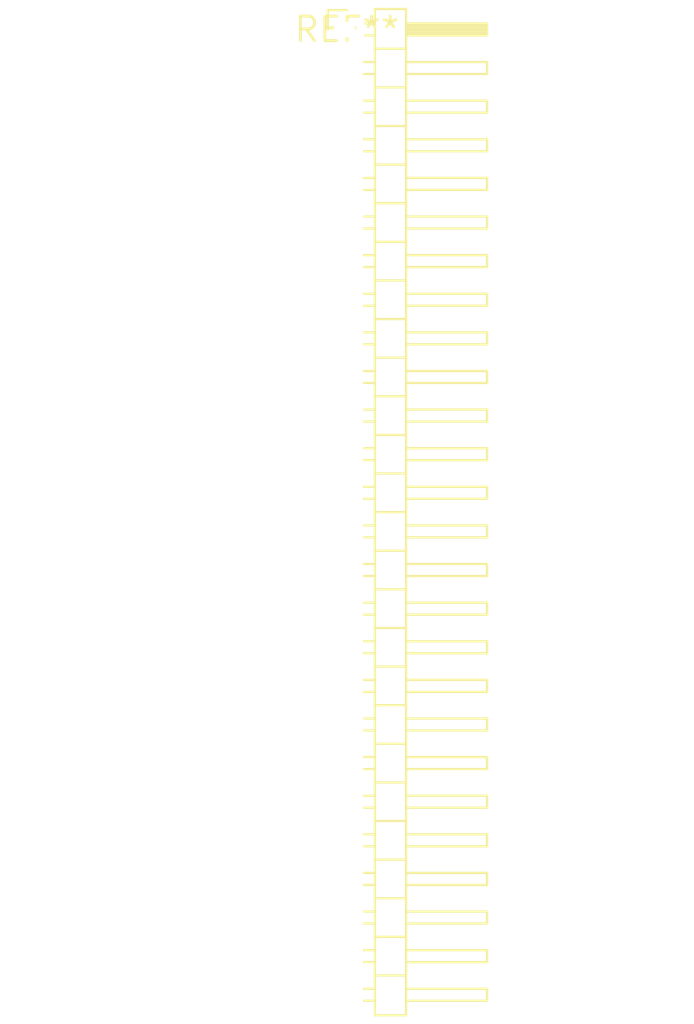
<source format=kicad_pcb>
(kicad_pcb (version 20240108) (generator pcbnew)
  (layers (0 "F.Cu" signal) (31 "B.Cu" signal) (34 "B.Paste" user) (35 "F.Paste" user) (36 "B.SilkS" user "B.Silkscreen") (37 "F.SilkS" user "F.Silkscreen") (38 "B.Mask" user) (39 "F.Mask" user) (44 "Edge.Cuts" user))
  (net 0 "")
  (footprint "PinHeader_1x26_P2.00mm_Horizontal" (layer "F.Cu") (at 0 0)
    (property "Reference" "REF**")
    (property "Value" "PinHeader_1x26_P2.00mm_Horizontal")
    (fp_line (start -1 -1) (end 0 -1) (layer "F.SilkS") (stroke (width 0.12)))
    (fp_line (start -1 0) (end -1 -1) (layer "F.SilkS") (stroke (width 0.12)))
    (fp_line (start 0.882114 1.69) (end 1.44 1.69) (layer "F.SilkS") (stroke (width 0.12)))
    (fp_line (start 0.882114 2.31) (end 1.44 2.31) (layer "F.SilkS") (stroke (width 0.12)))
    (fp_line (start 0.882114 3.69) (end 1.44 3.69) (layer "F.SilkS") (stroke (width 0.12)))
    (fp_line (start 0.882114 4.31) (end 1.44 4.31) (layer "F.SilkS") (stroke (width 0.12)))
    (fp_line (start 0.882114 5.69) (end 1.44 5.69) (layer "F.SilkS") (stroke (width 0.12)))
    (fp_line (start 0.882114 6.31) (end 1.44 6.31) (layer "F.SilkS") (stroke (width 0.12)))
    (fp_line (start 0.882114 7.69) (end 1.44 7.69) (layer "F.SilkS") (stroke (width 0.12)))
    (fp_line (start 0.882114 8.31) (end 1.44 8.31) (layer "F.SilkS") (stroke (width 0.12)))
    (fp_line (start 0.882114 9.69) (end 1.44 9.69) (layer "F.SilkS") (stroke (width 0.12)))
    (fp_line (start 0.882114 10.31) (end 1.44 10.31) (layer "F.SilkS") (stroke (width 0.12)))
    (fp_line (start 0.882114 11.69) (end 1.44 11.69) (layer "F.SilkS") (stroke (width 0.12)))
    (fp_line (start 0.882114 12.31) (end 1.44 12.31) (layer "F.SilkS") (stroke (width 0.12)))
    (fp_line (start 0.882114 13.69) (end 1.44 13.69) (layer "F.SilkS") (stroke (width 0.12)))
    (fp_line (start 0.882114 14.31) (end 1.44 14.31) (layer "F.SilkS") (stroke (width 0.12)))
    (fp_line (start 0.882114 15.69) (end 1.44 15.69) (layer "F.SilkS") (stroke (width 0.12)))
    (fp_line (start 0.882114 16.31) (end 1.44 16.31) (layer "F.SilkS") (stroke (width 0.12)))
    (fp_line (start 0.882114 17.69) (end 1.44 17.69) (layer "F.SilkS") (stroke (width 0.12)))
    (fp_line (start 0.882114 18.31) (end 1.44 18.31) (layer "F.SilkS") (stroke (width 0.12)))
    (fp_line (start 0.882114 19.69) (end 1.44 19.69) (layer "F.SilkS") (stroke (width 0.12)))
    (fp_line (start 0.882114 20.31) (end 1.44 20.31) (layer "F.SilkS") (stroke (width 0.12)))
    (fp_line (start 0.882114 21.69) (end 1.44 21.69) (layer "F.SilkS") (stroke (width 0.12)))
    (fp_line (start 0.882114 22.31) (end 1.44 22.31) (layer "F.SilkS") (stroke (width 0.12)))
    (fp_line (start 0.882114 23.69) (end 1.44 23.69) (layer "F.SilkS") (stroke (width 0.12)))
    (fp_line (start 0.882114 24.31) (end 1.44 24.31) (layer "F.SilkS") (stroke (width 0.12)))
    (fp_line (start 0.882114 25.69) (end 1.44 25.69) (layer "F.SilkS") (stroke (width 0.12)))
    (fp_line (start 0.882114 26.31) (end 1.44 26.31) (layer "F.SilkS") (stroke (width 0.12)))
    (fp_line (start 0.882114 27.69) (end 1.44 27.69) (layer "F.SilkS") (stroke (width 0.12)))
    (fp_line (start 0.882114 28.31) (end 1.44 28.31) (layer "F.SilkS") (stroke (width 0.12)))
    (fp_line (start 0.882114 29.69) (end 1.44 29.69) (layer "F.SilkS") (stroke (width 0.12)))
    (fp_line (start 0.882114 30.31) (end 1.44 30.31) (layer "F.SilkS") (stroke (width 0.12)))
    (fp_line (start 0.882114 31.69) (end 1.44 31.69) (layer "F.SilkS") (stroke (width 0.12)))
    (fp_line (start 0.882114 32.31) (end 1.44 32.31) (layer "F.SilkS") (stroke (width 0.12)))
    (fp_line (start 0.882114 33.69) (end 1.44 33.69) (layer "F.SilkS") (stroke (width 0.12)))
    (fp_line (start 0.882114 34.31) (end 1.44 34.31) (layer "F.SilkS") (stroke (width 0.12)))
    (fp_line (start 0.882114 35.69) (end 1.44 35.69) (layer "F.SilkS") (stroke (width 0.12)))
    (fp_line (start 0.882114 36.31) (end 1.44 36.31) (layer "F.SilkS") (stroke (width 0.12)))
    (fp_line (start 0.882114 37.69) (end 1.44 37.69) (layer "F.SilkS") (stroke (width 0.12)))
    (fp_line (start 0.882114 38.31) (end 1.44 38.31) (layer "F.SilkS") (stroke (width 0.12)))
    (fp_line (start 0.882114 39.69) (end 1.44 39.69) (layer "F.SilkS") (stroke (width 0.12)))
    (fp_line (start 0.882114 40.31) (end 1.44 40.31) (layer "F.SilkS") (stroke (width 0.12)))
    (fp_line (start 0.882114 41.69) (end 1.44 41.69) (layer "F.SilkS") (stroke (width 0.12)))
    (fp_line (start 0.882114 42.31) (end 1.44 42.31) (layer "F.SilkS") (stroke (width 0.12)))
    (fp_line (start 0.882114 43.69) (end 1.44 43.69) (layer "F.SilkS") (stroke (width 0.12)))
    (fp_line (start 0.882114 44.31) (end 1.44 44.31) (layer "F.SilkS") (stroke (width 0.12)))
    (fp_line (start 0.882114 45.69) (end 1.44 45.69) (layer "F.SilkS") (stroke (width 0.12)))
    (fp_line (start 0.882114 46.31) (end 1.44 46.31) (layer "F.SilkS") (stroke (width 0.12)))
    (fp_line (start 0.882114 47.69) (end 1.44 47.69) (layer "F.SilkS") (stroke (width 0.12)))
    (fp_line (start 0.882114 48.31) (end 1.44 48.31) (layer "F.SilkS") (stroke (width 0.12)))
    (fp_line (start 0.882114 49.69) (end 1.44 49.69) (layer "F.SilkS") (stroke (width 0.12)))
    (fp_line (start 0.882114 50.31) (end 1.44 50.31) (layer "F.SilkS") (stroke (width 0.12)))
    (fp_line (start 0.935 -0.31) (end 1.44 -0.31) (layer "F.SilkS") (stroke (width 0.12)))
    (fp_line (start 0.935 0.31) (end 1.44 0.31) (layer "F.SilkS") (stroke (width 0.12)))
    (fp_line (start 1.44 -1.06) (end 1.44 51.06) (layer "F.SilkS") (stroke (width 0.12)))
    (fp_line (start 1.44 1) (end 3.06 1) (layer "F.SilkS") (stroke (width 0.12)))
    (fp_line (start 1.44 3) (end 3.06 3) (layer "F.SilkS") (stroke (width 0.12)))
    (fp_line (start 1.44 5) (end 3.06 5) (layer "F.SilkS") (stroke (width 0.12)))
    (fp_line (start 1.44 7) (end 3.06 7) (layer "F.SilkS") (stroke (width 0.12)))
    (fp_line (start 1.44 9) (end 3.06 9) (layer "F.SilkS") (stroke (width 0.12)))
    (fp_line (start 1.44 11) (end 3.06 11) (layer "F.SilkS") (stroke (width 0.12)))
    (fp_line (start 1.44 13) (end 3.06 13) (layer "F.SilkS") (stroke (width 0.12)))
    (fp_line (start 1.44 15) (end 3.06 15) (layer "F.SilkS") (stroke (width 0.12)))
    (fp_line (start 1.44 17) (end 3.06 17) (layer "F.SilkS") (stroke (width 0.12)))
    (fp_line (start 1.44 19) (end 3.06 19) (layer "F.SilkS") (stroke (width 0.12)))
    (fp_line (start 1.44 21) (end 3.06 21) (layer "F.SilkS") (stroke (width 0.12)))
    (fp_line (start 1.44 23) (end 3.06 23) (layer "F.SilkS") (stroke (width 0.12)))
    (fp_line (start 1.44 25) (end 3.06 25) (layer "F.SilkS") (stroke (width 0.12)))
    (fp_line (start 1.44 27) (end 3.06 27) (layer "F.SilkS") (stroke (width 0.12)))
    (fp_line (start 1.44 29) (end 3.06 29) (layer "F.SilkS") (stroke (width 0.12)))
    (fp_line (start 1.44 31) (end 3.06 31) (layer "F.SilkS") (stroke (width 0.12)))
    (fp_line (start 1.44 33) (end 3.06 33) (layer "F.SilkS") (stroke (width 0.12)))
    (fp_line (start 1.44 35) (end 3.06 35) (layer "F.SilkS") (stroke (width 0.12)))
    (fp_line (start 1.44 37) (end 3.06 37) (layer "F.SilkS") (stroke (width 0.12)))
    (fp_line (start 1.44 39) (end 3.06 39) (layer "F.SilkS") (stroke (width 0.12)))
    (fp_line (start 1.44 41) (end 3.06 41) (layer "F.SilkS") (stroke (width 0.12)))
    (fp_line (start 1.44 43) (end 3.06 43) (layer "F.SilkS") (stroke (width 0.12)))
    (fp_line (start 1.44 45) (end 3.06 45) (layer "F.SilkS") (stroke (width 0.12)))
    (fp_line (start 1.44 47) (end 3.06 47) (layer "F.SilkS") (stroke (width 0.12)))
    (fp_line (start 1.44 49) (end 3.06 49) (layer "F.SilkS") (stroke (width 0.12)))
    (fp_line (start 1.44 51.06) (end 3.06 51.06) (layer "F.SilkS") (stroke (width 0.12)))
    (fp_line (start 3.06 -1.06) (end 1.44 -1.06) (layer "F.SilkS") (stroke (width 0.12)))
    (fp_line (start 3.06 -0.31) (end 7.26 -0.31) (layer "F.SilkS") (stroke (width 0.12)))
    (fp_line (start 3.06 -0.25) (end 7.26 -0.25) (layer "F.SilkS") (stroke (width 0.12)))
    (fp_line (start 3.06 -0.13) (end 7.26 -0.13) (layer "F.SilkS") (stroke (width 0.12)))
    (fp_line (start 3.06 -0.01) (end 7.26 -0.01) (layer "F.SilkS") (stroke (width 0.12)))
    (fp_line (start 3.06 0.11) (end 7.26 0.11) (layer "F.SilkS") (stroke (width 0.12)))
    (fp_line (start 3.06 0.23) (end 7.26 0.23) (layer "F.SilkS") (stroke (width 0.12)))
    (fp_line (start 3.06 1.69) (end 7.26 1.69) (layer "F.SilkS") (stroke (width 0.12)))
    (fp_line (start 3.06 3.69) (end 7.26 3.69) (layer "F.SilkS") (stroke (width 0.12)))
    (fp_line (start 3.06 5.69) (end 7.26 5.69) (layer "F.SilkS") (stroke (width 0.12)))
    (fp_line (start 3.06 7.69) (end 7.26 7.69) (layer "F.SilkS") (stroke (width 0.12)))
    (fp_line (start 3.06 9.69) (end 7.26 9.69) (layer "F.SilkS") (stroke (width 0.12)))
    (fp_line (start 3.06 11.69) (end 7.26 11.69) (layer "F.SilkS") (stroke (width 0.12)))
    (fp_line (start 3.06 13.69) (end 7.26 13.69) (layer "F.SilkS") (stroke (width 0.12)))
    (fp_line (start 3.06 15.69) (end 7.26 15.69) (layer "F.SilkS") (stroke (width 0.12)))
    (fp_line (start 3.06 17.69) (end 7.26 17.69) (layer "F.SilkS") (stroke (width 0.12)))
    (fp_line (start 3.06 19.69) (end 7.26 19.69) (layer "F.SilkS") (stroke (width 0.12)))
    (fp_line (start 3.06 21.69) (end 7.26 21.69) (layer "F.SilkS") (stroke (width 0.12)))
    (fp_line (start 3.06 23.69) (end 7.26 23.69) (layer "F.SilkS") (stroke (width 0.12)))
    (fp_line (start 3.06 25.69) (end 7.26 25.69) (layer "F.SilkS") (stroke (width 0.12)))
    (fp_line (start 3.06 27.69) (end 7.26 27.69) (layer "F.SilkS") (stroke (width 0.12)))
    (fp_line (start 3.06 29.69) (end 7.26 29.69) (layer "F.SilkS") (stroke (width 0.12)))
    (fp_line (start 3.06 31.69) (end 7.26 31.69) (layer "F.SilkS") (stroke (width 0.12)))
    (fp_line (start 3.06 33.69) (end 7.26 33.69) (layer "F.SilkS") (stroke (width 0.12)))
    (fp_line (start 3.06 35.69) (end 7.26 35.69) (layer "F.SilkS") (stroke (width 0.12)))
    (fp_line (start 3.06 37.69) (end 7.26 37.69) (layer "F.SilkS") (stroke (width 0.12)))
    (fp_line (start 3.06 39.69) (end 7.26 39.69) (layer "F.SilkS") (stroke (width 0.12)))
    (fp_line (start 3.06 41.69) (end 7.26 41.69) (layer "F.SilkS") (stroke (width 0.12)))
    (fp_line (start 3.06 43.69) (end 7.26 43.69) (layer "F.SilkS") (stroke (width 0.12)))
    (fp_line (start 3.06 45.69) (end 7.26 45.69) (layer "F.SilkS") (stroke (width 0.12)))
    (fp_line (start 3.06 47.69) (end 7.26 47.69) (layer "F.SilkS") (stroke (width 0.12)))
    (fp_line (start 3.06 49.69) (end 7.26 49.69) (layer "F.SilkS") (stroke (width 0.12)))
    (fp_line (start 3.06 51.06) (end 3.06 -1.06) (layer "F.SilkS") (stroke (width 0.12)))
    (fp_line (start 7.26 -0.31) (end 7.26 0.31) (layer "F.SilkS") (stroke (width 0.12)))
    (fp_line (start 7.26 0.31) (end 3.06 0.31) (layer "F.SilkS") (stroke (width 0.12)))
    (fp_line (start 7.26 1.69) (end 7.26 2.31) (layer "F.SilkS") (stroke (width 0.12)))
    (fp_line (start 7.26 2.31) (end 3.06 2.31) (layer "F.SilkS") (stroke (width 0.12)))
    (fp_line (start 7.26 3.69) (end 7.26 4.31) (layer "F.SilkS") (stroke (width 0.12)))
    (fp_line (start 7.26 4.31) (end 3.06 4.31) (layer "F.SilkS") (stroke (width 0.12)))
    (fp_line (start 7.26 5.69) (end 7.26 6.31) (layer "F.SilkS") (stroke (width 0.12)))
    (fp_line (start 7.26 6.31) (end 3.06 6.31) (layer "F.SilkS") (stroke (width 0.12)))
    (fp_line (start 7.26 7.69) (end 7.26 8.31) (layer "F.SilkS") (stroke (width 0.12)))
    (fp_line (start 7.26 8.31) (end 3.06 8.31) (layer "F.SilkS") (stroke (width 0.12)))
    (fp_line (start 7.26 9.69) (end 7.26 10.31) (layer "F.SilkS") (stroke (width 0.12)))
    (fp_line (start 7.26 10.31) (end 3.06 10.31) (layer "F.SilkS") (stroke (width 0.12)))
    (fp_line (start 7.26 11.69) (end 7.26 12.31) (layer "F.SilkS") (stroke (width 0.12)))
    (fp_line (start 7.26 12.31) (end 3.06 12.31) (layer "F.SilkS") (stroke (width 0.12)))
    (fp_line (start 7.26 13.69) (end 7.26 14.31) (layer "F.SilkS") (stroke (width 0.12)))
    (fp_line (start 7.26 14.31) (end 3.06 14.31) (layer "F.SilkS") (stroke (width 0.12)))
    (fp_line (start 7.26 15.69) (end 7.26 16.31) (layer "F.SilkS") (stroke (width 0.12)))
    (fp_line (start 7.26 16.31) (end 3.06 16.31) (layer "F.SilkS") (stroke (width 0.12)))
    (fp_line (start 7.26 17.69) (end 7.26 18.31) (layer "F.SilkS") (stroke (width 0.12)))
    (fp_line (start 7.26 18.31) (end 3.06 18.31) (layer "F.SilkS") (stroke (width 0.12)))
    (fp_line (start 7.26 19.69) (end 7.26 20.31) (layer "F.SilkS") (stroke (width 0.12)))
    (fp_line (start 7.26 20.31) (end 3.06 20.31) (layer "F.SilkS") (stroke (width 0.12)))
    (fp_line (start 7.26 21.69) (end 7.26 22.31) (layer "F.SilkS") (stroke (width 0.12)))
    (fp_line (start 7.26 22.31) (end 3.06 22.31) (layer "F.SilkS") (stroke (width 0.12)))
    (fp_line (start 7.26 23.69) (end 7.26 24.31) (layer "F.SilkS") (stroke (width 0.12)))
    (fp_line (start 7.26 24.31) (end 3.06 24.31) (layer "F.SilkS") (stroke (width 0.12)))
    (fp_line (start 7.26 25.69) (end 7.26 26.31) (layer "F.SilkS") (stroke (width 0.12)))
    (fp_line (start 7.26 26.31) (end 3.06 26.31) (layer "F.SilkS") (stroke (width 0.12)))
    (fp_line (start 7.26 27.69) (end 7.26 28.31) (layer "F.SilkS") (stroke (width 0.12)))
    (fp_line (start 7.26 28.31) (end 3.06 28.31) (layer "F.SilkS") (stroke (width 0.12)))
    (fp_line (start 7.26 29.69) (end 7.26 30.31) (layer "F.SilkS") (stroke (width 0.12)))
    (fp_line (start 7.26 30.31) (end 3.06 30.31) (layer "F.SilkS") (stroke (width 0.12)))
    (fp_line (start 7.26 31.69) (end 7.26 32.31) (layer "F.SilkS") (stroke (width 0.12)))
    (fp_line (start 7.26 32.31) (end 3.06 32.31) (layer "F.SilkS") (stroke (width 0.12)))
    (fp_line (start 7.26 33.69) (end 7.26 34.31) (layer "F.SilkS") (stroke (width 0.12)))
    (fp_line (start 7.26 34.31) (end 3.06 34.31) (layer "F.SilkS") (stroke (width 0.12)))
    (fp_line (start 7.26 35.69) (end 7.26 36.31) (layer "F.SilkS") (stroke (width 0.12)))
    (fp_line (start 7.26 36.31) (end 3.06 36.31) (layer "F.SilkS") (stroke (width 0.12)))
    (fp_line (start 7.26 37.69) (end 7.26 38.31) (layer "F.SilkS") (stroke (width 0.12)))
    (fp_line (start 7.26 38.31) (end 3.06 38.31) (layer "F.SilkS") (stroke (width 0.12)))
    (fp_line (start 7.26 39.69) (end 7.26 40.31) (layer "F.SilkS") (stroke (width 0.12)))
    (fp_line (start 7.26 40.31) (end 3.06 40.31) (layer "F.SilkS") (stroke (width 0.12)))
    (fp_line (start 7.26 41.69) (end 7.26 42.31) (layer "F.SilkS") (stroke (width 0.12)))
    (fp_line (start 7.26 42.31) (end 3.06 42.31) (layer "F.SilkS") (stroke (width 0.12)))
    (fp_line (start 7.26 43.69) (end 7.26 44.31) (layer "F.SilkS") (stroke (width 0.12)))
    (fp_line (start 7.26 44.31) (end 3.06 44.31) (layer "F.SilkS") (stroke (width 0.12)))
    (fp_line (start 7.26 45.69) (end 7.26 46.31) (layer "F.SilkS") (stroke (width 0.12)))
    (fp_line (start 7.26 46.31) (end 3.06 46.31) (layer "F.SilkS") (stroke (width 0.12)))
    (fp_line (start 7.26 47.69) (end 7.26 48.31) (layer "F.SilkS") (stroke (width 0.12)))
    (fp_line (start 7.26 48.31) (end 3.06 48.31) (layer "F.SilkS") (stroke (width 0.12)))
    (fp_line (start 7.26 49.69) (end 7.26 50.31) (layer "F.SilkS") (stroke (width 0.12)))
    (fp_line (start 7.26 50.31) (end 3.06 50.31) (layer "F.SilkS") (stroke (width 0.12)))
    (pad "1" thru_hole rect (at 0 0) (size 1.35 1.35) (drill 0.8) (layers *.Cu *.Mask) (remove_unused_layers))
    (pad "2" thru_hole oval (at 0 2) (size 1.35 1.35) (drill 0.8) (layers *.Cu *.Mask) (remove_unused_layers))
    (pad "3" thru_hole oval (at 0 4) (size 1.35 1.35) (drill 0.8) (layers *.Cu *.Mask) (remove_unused_layers))
    (pad "4" thru_hole oval (at 0 6) (size 1.35 1.35) (drill 0.8) (layers *.Cu *.Mask) (remove_unused_layers))
    (pad "5" thru_hole oval (at 0 8) (size 1.35 1.35) (drill 0.8) (layers *.Cu *.Mask) (remove_unused_layers))
    (pad "6" thru_hole oval (at 0 10) (size 1.35 1.35) (drill 0.8) (layers *.Cu *.Mask) (remove_unused_layers))
    (pad "7" thru_hole oval (at 0 12) (size 1.35 1.35) (drill 0.8) (layers *.Cu *.Mask) (remove_unused_layers))
    (pad "8" thru_hole oval (at 0 14) (size 1.35 1.35) (drill 0.8) (layers *.Cu *.Mask) (remove_unused_layers))
    (pad "9" thru_hole oval (at 0 16) (size 1.35 1.35) (drill 0.8) (layers *.Cu *.Mask) (remove_unused_layers))
    (pad "10" thru_hole oval (at 0 18) (size 1.35 1.35) (drill 0.8) (layers *.Cu *.Mask) (remove_unused_layers))
    (pad "11" thru_hole oval (at 0 20) (size 1.35 1.35) (drill 0.8) (layers *.Cu *.Mask) (remove_unused_layers))
    (pad "12" thru_hole oval (at 0 22) (size 1.35 1.35) (drill 0.8) (layers *.Cu *.Mask) (remove_unused_layers))
    (pad "13" thru_hole oval (at 0 24) (size 1.35 1.35) (drill 0.8) (layers *.Cu *.Mask) (remove_unused_layers))
    (pad "14" thru_hole oval (at 0 26) (size 1.35 1.35) (drill 0.8) (layers *.Cu *.Mask) (remove_unused_layers))
    (pad "15" thru_hole oval (at 0 28) (size 1.35 1.35) (drill 0.8) (layers *.Cu *.Mask) (remove_unused_layers))
    (pad "16" thru_hole oval (at 0 30) (size 1.35 1.35) (drill 0.8) (layers *.Cu *.Mask) (remove_unused_layers))
    (pad "17" thru_hole oval (at 0 32) (size 1.35 1.35) (drill 0.8) (layers *.Cu *.Mask) (remove_unused_layers))
    (pad "18" thru_hole oval (at 0 34) (size 1.35 1.35) (drill 0.8) (layers *.Cu *.Mask) (remove_unused_layers))
    (pad "19" thru_hole oval (at 0 36) (size 1.35 1.35) (drill 0.8) (layers *.Cu *.Mask) (remove_unused_layers))
    (pad "20" thru_hole oval (at 0 38) (size 1.35 1.35) (drill 0.8) (layers *.Cu *.Mask) (remove_unused_layers))
    (pad "21" thru_hole oval (at 0 40) (size 1.35 1.35) (drill 0.8) (layers *.Cu *.Mask) (remove_unused_layers))
    (pad "22" thru_hole oval (at 0 42) (size 1.35 1.35) (drill 0.8) (layers *.Cu *.Mask) (remove_unused_layers))
    (pad "23" thru_hole oval (at 0 44) (size 1.35 1.35) (drill 0.8) (layers *.Cu *.Mask) (remove_unused_layers))
    (pad "24" thru_hole oval (at 0 46) (size 1.35 1.35) (drill 0.8) (layers *.Cu *.Mask) (remove_unused_layers))
    (pad "25" thru_hole oval (at 0 48) (size 1.35 1.35) (drill 0.8) (layers *.Cu *.Mask) (remove_unused_layers))
    (pad "26" thru_hole oval (at 0 50) (size 1.35 1.35) (drill 0.8) (layers *.Cu *.Mask) (remove_unused_layers))
  )
)
</source>
